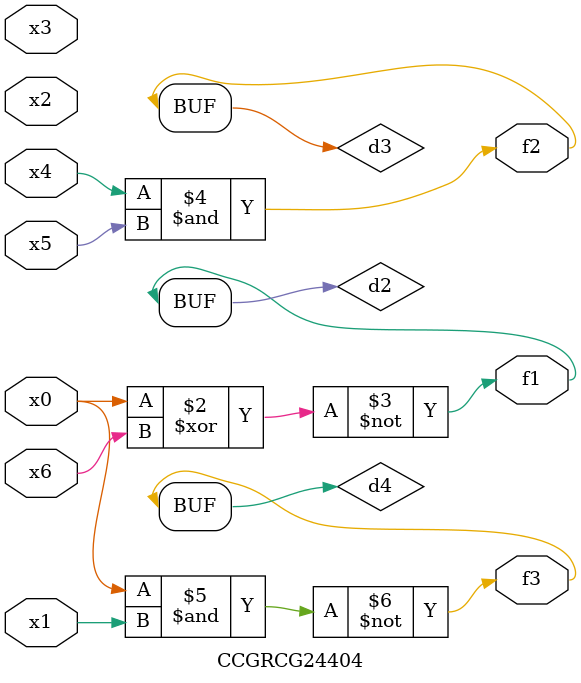
<source format=v>
module CCGRCG24404(
	input x0, x1, x2, x3, x4, x5, x6,
	output f1, f2, f3
);

	wire d1, d2, d3, d4;

	nor (d1, x0);
	xnor (d2, x0, x6);
	and (d3, x4, x5);
	nand (d4, x0, x1);
	assign f1 = d2;
	assign f2 = d3;
	assign f3 = d4;
endmodule

</source>
